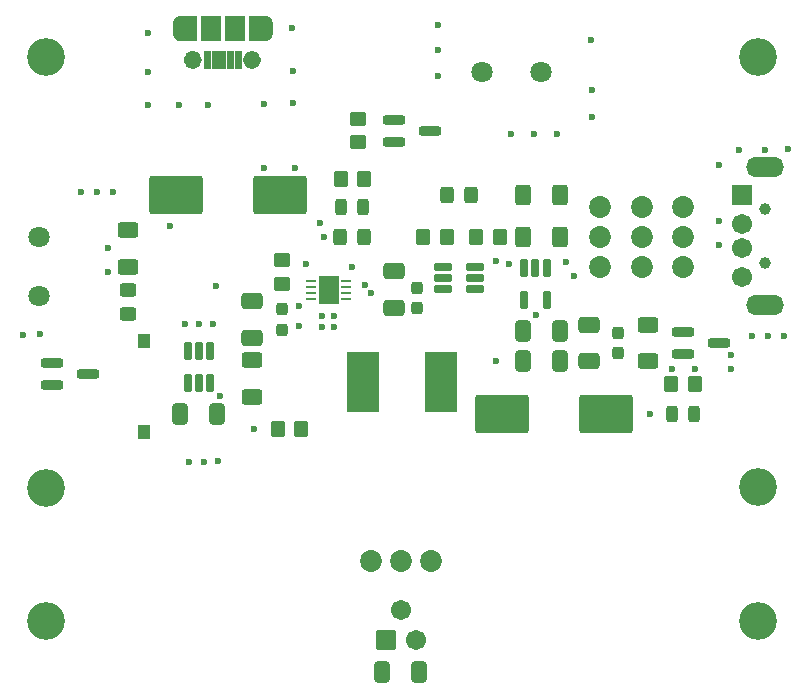
<source format=gts>
G04 #@! TF.GenerationSoftware,KiCad,Pcbnew,8.0.5*
G04 #@! TF.CreationDate,2025-03-03T19:21:05-05:00*
G04 #@! TF.ProjectId,solar_power_manager,736f6c61-725f-4706-9f77-65725f6d616e,rev?*
G04 #@! TF.SameCoordinates,Original*
G04 #@! TF.FileFunction,Soldermask,Top*
G04 #@! TF.FilePolarity,Negative*
%FSLAX46Y46*%
G04 Gerber Fmt 4.6, Leading zero omitted, Abs format (unit mm)*
G04 Created by KiCad (PCBNEW 8.0.5) date 2025-03-03 19:21:05*
%MOMM*%
%LPD*%
G01*
G04 APERTURE LIST*
G04 Aperture macros list*
%AMRoundRect*
0 Rectangle with rounded corners*
0 $1 Rounding radius*
0 $2 $3 $4 $5 $6 $7 $8 $9 X,Y pos of 4 corners*
0 Add a 4 corners polygon primitive as box body*
4,1,4,$2,$3,$4,$5,$6,$7,$8,$9,$2,$3,0*
0 Add four circle primitives for the rounded corners*
1,1,$1+$1,$2,$3*
1,1,$1+$1,$4,$5*
1,1,$1+$1,$6,$7*
1,1,$1+$1,$8,$9*
0 Add four rect primitives between the rounded corners*
20,1,$1+$1,$2,$3,$4,$5,0*
20,1,$1+$1,$4,$5,$6,$7,0*
20,1,$1+$1,$6,$7,$8,$9,0*
20,1,$1+$1,$8,$9,$2,$3,0*%
G04 Aperture macros list end*
%ADD10C,0.788500*%
%ADD11C,0.010000*%
%ADD12C,3.200000*%
%ADD13RoundRect,0.250000X-2.000000X1.400000X-2.000000X-1.400000X2.000000X-1.400000X2.000000X1.400000X0*%
%ADD14RoundRect,0.237500X-0.237500X0.300000X-0.237500X-0.300000X0.237500X-0.300000X0.237500X0.300000X0*%
%ADD15RoundRect,0.250000X0.350000X0.450000X-0.350000X0.450000X-0.350000X-0.450000X0.350000X-0.450000X0*%
%ADD16RoundRect,0.250000X-0.412500X-0.650000X0.412500X-0.650000X0.412500X0.650000X-0.412500X0.650000X0*%
%ADD17RoundRect,0.250000X-0.325000X-0.450000X0.325000X-0.450000X0.325000X0.450000X-0.325000X0.450000X0*%
%ADD18RoundRect,0.243750X0.243750X0.456250X-0.243750X0.456250X-0.243750X-0.456250X0.243750X-0.456250X0*%
%ADD19RoundRect,0.250000X-0.650000X0.412500X-0.650000X-0.412500X0.650000X-0.412500X0.650000X0.412500X0*%
%ADD20C,1.803400*%
%ADD21RoundRect,0.250000X0.625000X-0.400000X0.625000X0.400000X-0.625000X0.400000X-0.625000X-0.400000X0*%
%ADD22RoundRect,0.050000X-0.362500X-0.050000X0.362500X-0.050000X0.362500X0.050000X-0.362500X0.050000X0*%
%ADD23R,1.700000X2.400000*%
%ADD24RoundRect,0.250000X-0.450000X0.350000X-0.450000X-0.350000X0.450000X-0.350000X0.450000X0.350000X0*%
%ADD25C,1.854000*%
%ADD26RoundRect,0.250000X-0.400000X-0.625000X0.400000X-0.625000X0.400000X0.625000X-0.400000X0.625000X0*%
%ADD27RoundRect,0.250000X0.450000X-0.350000X0.450000X0.350000X-0.450000X0.350000X-0.450000X-0.350000X0*%
%ADD28RoundRect,0.162500X0.617500X0.162500X-0.617500X0.162500X-0.617500X-0.162500X0.617500X-0.162500X0*%
%ADD29RoundRect,0.200000X-0.750000X-0.200000X0.750000X-0.200000X0.750000X0.200000X-0.750000X0.200000X0*%
%ADD30RoundRect,0.250000X2.000000X-1.400000X2.000000X1.400000X-2.000000X1.400000X-2.000000X-1.400000X0*%
%ADD31RoundRect,0.237500X0.237500X-0.300000X0.237500X0.300000X-0.237500X0.300000X-0.237500X-0.300000X0*%
%ADD32RoundRect,0.250000X0.412500X0.650000X-0.412500X0.650000X-0.412500X-0.650000X0.412500X-0.650000X0*%
%ADD33RoundRect,0.243750X-0.243750X-0.456250X0.243750X-0.456250X0.243750X0.456250X-0.243750X0.456250X0*%
%ADD34R,2.794000X5.156200*%
%ADD35RoundRect,0.250000X0.450000X-0.325000X0.450000X0.325000X-0.450000X0.325000X-0.450000X-0.325000X0*%
%ADD36RoundRect,0.162500X-0.162500X0.617500X-0.162500X-0.617500X0.162500X-0.617500X0.162500X0.617500X0*%
%ADD37RoundRect,0.250000X0.650000X-0.412500X0.650000X0.412500X-0.650000X0.412500X-0.650000X-0.412500X0*%
%ADD38R,1.000000X1.250000*%
%ADD39RoundRect,0.250000X-0.350000X-0.450000X0.350000X-0.450000X0.350000X0.450000X-0.350000X0.450000X0*%
%ADD40RoundRect,0.250000X-0.625000X0.400000X-0.625000X-0.400000X0.625000X-0.400000X0.625000X0.400000X0*%
%ADD41RoundRect,0.102000X-0.749300X-0.749300X0.749300X-0.749300X0.749300X0.749300X-0.749300X0.749300X0*%
%ADD42C,1.702600*%
%ADD43C,1.000000*%
%ADD44RoundRect,0.102000X0.754000X-0.754000X0.754000X0.754000X-0.754000X0.754000X-0.754000X-0.754000X0*%
%ADD45C,1.712000*%
%ADD46O,3.220000X1.712000*%
%ADD47C,0.600000*%
G04 APERTURE END LIST*
D10*
X154464250Y-51845000D02*
G75*
G02*
X153675750Y-51845000I-394250J0D01*
G01*
X153675750Y-51845000D02*
G75*
G02*
X154464250Y-51845000I394250J0D01*
G01*
X159464250Y-51845000D02*
G75*
G02*
X158675750Y-51845000I-394250J0D01*
G01*
X158675750Y-51845000D02*
G75*
G02*
X159464250Y-51845000I394250J0D01*
G01*
D11*
X155533500Y-52558500D02*
X155006500Y-52558500D01*
X155006500Y-51081500D01*
X155533500Y-51081500D01*
X155533500Y-52558500D01*
G36*
X155533500Y-52558500D02*
G01*
X155006500Y-52558500D01*
X155006500Y-51081500D01*
X155533500Y-51081500D01*
X155533500Y-52558500D01*
G37*
X156183500Y-52558500D02*
X155656500Y-52558500D01*
X155656500Y-51081500D01*
X156183500Y-51081500D01*
X156183500Y-52558500D01*
G36*
X156183500Y-52558500D02*
G01*
X155656500Y-52558500D01*
X155656500Y-51081500D01*
X156183500Y-51081500D01*
X156183500Y-52558500D01*
G37*
X156383500Y-50158500D02*
X154756500Y-50158500D01*
X154756500Y-48131500D01*
X156383500Y-48131500D01*
X156383500Y-50158500D01*
G36*
X156383500Y-50158500D02*
G01*
X154756500Y-50158500D01*
X154756500Y-48131500D01*
X156383500Y-48131500D01*
X156383500Y-50158500D01*
G37*
X156833500Y-52558500D02*
X156306500Y-52558500D01*
X156306500Y-51081500D01*
X156833500Y-51081500D01*
X156833500Y-52558500D01*
G36*
X156833500Y-52558500D02*
G01*
X156306500Y-52558500D01*
X156306500Y-51081500D01*
X156833500Y-51081500D01*
X156833500Y-52558500D01*
G37*
X157483500Y-52558500D02*
X156956500Y-52558500D01*
X156956500Y-51081500D01*
X157483500Y-51081500D01*
X157483500Y-52558500D01*
G36*
X157483500Y-52558500D02*
G01*
X156956500Y-52558500D01*
X156956500Y-51081500D01*
X157483500Y-51081500D01*
X157483500Y-52558500D01*
G37*
X158133500Y-52558500D02*
X157606500Y-52558500D01*
X157606500Y-51081500D01*
X158133500Y-51081500D01*
X158133500Y-52558500D01*
G36*
X158133500Y-52558500D02*
G01*
X157606500Y-52558500D01*
X157606500Y-51081500D01*
X158133500Y-51081500D01*
X158133500Y-52558500D01*
G37*
X158383500Y-50158500D02*
X156756500Y-50158500D01*
X156756500Y-48131500D01*
X158383500Y-48131500D01*
X158383500Y-50158500D01*
G36*
X158383500Y-50158500D02*
G01*
X156756500Y-50158500D01*
X156756500Y-48131500D01*
X158383500Y-48131500D01*
X158383500Y-50158500D01*
G37*
X154334000Y-50158000D02*
X152970000Y-50158000D01*
X152941000Y-50158000D01*
X152911000Y-50155000D01*
X152882000Y-50152000D01*
X152853000Y-50146000D01*
X152824000Y-50139000D01*
X152796000Y-50131000D01*
X152768000Y-50121000D01*
X152741000Y-50110000D01*
X152714000Y-50097000D01*
X152688000Y-50083000D01*
X152663000Y-50068000D01*
X152639000Y-50051000D01*
X152615000Y-50033000D01*
X152593000Y-50014000D01*
X152572000Y-49993000D01*
X152551000Y-49972000D01*
X152532000Y-49950000D01*
X152514000Y-49926000D01*
X152497000Y-49902000D01*
X152482000Y-49877000D01*
X152468000Y-49851000D01*
X152455000Y-49824000D01*
X152444000Y-49797000D01*
X152434000Y-49769000D01*
X152426000Y-49741000D01*
X152419000Y-49712000D01*
X152413000Y-49683000D01*
X152410000Y-49654000D01*
X152407000Y-49624000D01*
X152407000Y-49595000D01*
X152407000Y-48695000D01*
X152407000Y-48666000D01*
X152410000Y-48636000D01*
X152413000Y-48607000D01*
X152419000Y-48578000D01*
X152426000Y-48549000D01*
X152434000Y-48521000D01*
X152444000Y-48493000D01*
X152455000Y-48466000D01*
X152468000Y-48439000D01*
X152482000Y-48413000D01*
X152497000Y-48388000D01*
X152514000Y-48364000D01*
X152532000Y-48340000D01*
X152551000Y-48318000D01*
X152572000Y-48297000D01*
X152593000Y-48276000D01*
X152615000Y-48257000D01*
X152639000Y-48239000D01*
X152663000Y-48222000D01*
X152688000Y-48207000D01*
X152714000Y-48193000D01*
X152741000Y-48180000D01*
X152768000Y-48169000D01*
X152796000Y-48159000D01*
X152824000Y-48151000D01*
X152853000Y-48144000D01*
X152882000Y-48138000D01*
X152911000Y-48135000D01*
X152941000Y-48132000D01*
X152970000Y-48131000D01*
X154333500Y-48131500D01*
X154334000Y-48131000D01*
X154334000Y-50158000D01*
G36*
X154334000Y-50158000D02*
G01*
X152970000Y-50158000D01*
X152941000Y-50158000D01*
X152911000Y-50155000D01*
X152882000Y-50152000D01*
X152853000Y-50146000D01*
X152824000Y-50139000D01*
X152796000Y-50131000D01*
X152768000Y-50121000D01*
X152741000Y-50110000D01*
X152714000Y-50097000D01*
X152688000Y-50083000D01*
X152663000Y-50068000D01*
X152639000Y-50051000D01*
X152615000Y-50033000D01*
X152593000Y-50014000D01*
X152572000Y-49993000D01*
X152551000Y-49972000D01*
X152532000Y-49950000D01*
X152514000Y-49926000D01*
X152497000Y-49902000D01*
X152482000Y-49877000D01*
X152468000Y-49851000D01*
X152455000Y-49824000D01*
X152444000Y-49797000D01*
X152434000Y-49769000D01*
X152426000Y-49741000D01*
X152419000Y-49712000D01*
X152413000Y-49683000D01*
X152410000Y-49654000D01*
X152407000Y-49624000D01*
X152407000Y-49595000D01*
X152407000Y-48695000D01*
X152407000Y-48666000D01*
X152410000Y-48636000D01*
X152413000Y-48607000D01*
X152419000Y-48578000D01*
X152426000Y-48549000D01*
X152434000Y-48521000D01*
X152444000Y-48493000D01*
X152455000Y-48466000D01*
X152468000Y-48439000D01*
X152482000Y-48413000D01*
X152497000Y-48388000D01*
X152514000Y-48364000D01*
X152532000Y-48340000D01*
X152551000Y-48318000D01*
X152572000Y-48297000D01*
X152593000Y-48276000D01*
X152615000Y-48257000D01*
X152639000Y-48239000D01*
X152663000Y-48222000D01*
X152688000Y-48207000D01*
X152714000Y-48193000D01*
X152741000Y-48180000D01*
X152768000Y-48169000D01*
X152796000Y-48159000D01*
X152824000Y-48151000D01*
X152853000Y-48144000D01*
X152882000Y-48138000D01*
X152911000Y-48135000D01*
X152941000Y-48132000D01*
X152970000Y-48131000D01*
X154333500Y-48131500D01*
X154334000Y-48131000D01*
X154334000Y-50158000D01*
G37*
X160199000Y-48132000D02*
X160229000Y-48135000D01*
X160258000Y-48138000D01*
X160287000Y-48144000D01*
X160316000Y-48151000D01*
X160344000Y-48159000D01*
X160372000Y-48169000D01*
X160399000Y-48180000D01*
X160426000Y-48193000D01*
X160452000Y-48207000D01*
X160477000Y-48222000D01*
X160501000Y-48239000D01*
X160525000Y-48257000D01*
X160547000Y-48276000D01*
X160568000Y-48297000D01*
X160589000Y-48318000D01*
X160608000Y-48340000D01*
X160626000Y-48364000D01*
X160643000Y-48388000D01*
X160658000Y-48413000D01*
X160672000Y-48439000D01*
X160685000Y-48466000D01*
X160696000Y-48493000D01*
X160706000Y-48521000D01*
X160714000Y-48549000D01*
X160721000Y-48578000D01*
X160727000Y-48607000D01*
X160730000Y-48636000D01*
X160733000Y-48666000D01*
X160733000Y-48695000D01*
X160733000Y-49595000D01*
X160733000Y-49624000D01*
X160730000Y-49654000D01*
X160727000Y-49683000D01*
X160721000Y-49712000D01*
X160714000Y-49741000D01*
X160706000Y-49769000D01*
X160696000Y-49797000D01*
X160685000Y-49824000D01*
X160672000Y-49851000D01*
X160658000Y-49877000D01*
X160643000Y-49902000D01*
X160626000Y-49926000D01*
X160608000Y-49950000D01*
X160589000Y-49972000D01*
X160568000Y-49993000D01*
X160547000Y-50014000D01*
X160525000Y-50033000D01*
X160501000Y-50051000D01*
X160477000Y-50068000D01*
X160452000Y-50083000D01*
X160426000Y-50097000D01*
X160399000Y-50110000D01*
X160372000Y-50121000D01*
X160344000Y-50131000D01*
X160316000Y-50139000D01*
X160287000Y-50146000D01*
X160258000Y-50152000D01*
X160229000Y-50155000D01*
X160199000Y-50158000D01*
X160170000Y-50158000D01*
X158806000Y-50158000D01*
X158806000Y-48131000D01*
X158806500Y-48131500D01*
X160170000Y-48131000D01*
X160199000Y-48132000D01*
G36*
X160199000Y-48132000D02*
G01*
X160229000Y-48135000D01*
X160258000Y-48138000D01*
X160287000Y-48144000D01*
X160316000Y-48151000D01*
X160344000Y-48159000D01*
X160372000Y-48169000D01*
X160399000Y-48180000D01*
X160426000Y-48193000D01*
X160452000Y-48207000D01*
X160477000Y-48222000D01*
X160501000Y-48239000D01*
X160525000Y-48257000D01*
X160547000Y-48276000D01*
X160568000Y-48297000D01*
X160589000Y-48318000D01*
X160608000Y-48340000D01*
X160626000Y-48364000D01*
X160643000Y-48388000D01*
X160658000Y-48413000D01*
X160672000Y-48439000D01*
X160685000Y-48466000D01*
X160696000Y-48493000D01*
X160706000Y-48521000D01*
X160714000Y-48549000D01*
X160721000Y-48578000D01*
X160727000Y-48607000D01*
X160730000Y-48636000D01*
X160733000Y-48666000D01*
X160733000Y-48695000D01*
X160733000Y-49595000D01*
X160733000Y-49624000D01*
X160730000Y-49654000D01*
X160727000Y-49683000D01*
X160721000Y-49712000D01*
X160714000Y-49741000D01*
X160706000Y-49769000D01*
X160696000Y-49797000D01*
X160685000Y-49824000D01*
X160672000Y-49851000D01*
X160658000Y-49877000D01*
X160643000Y-49902000D01*
X160626000Y-49926000D01*
X160608000Y-49950000D01*
X160589000Y-49972000D01*
X160568000Y-49993000D01*
X160547000Y-50014000D01*
X160525000Y-50033000D01*
X160501000Y-50051000D01*
X160477000Y-50068000D01*
X160452000Y-50083000D01*
X160426000Y-50097000D01*
X160399000Y-50110000D01*
X160372000Y-50121000D01*
X160344000Y-50131000D01*
X160316000Y-50139000D01*
X160287000Y-50146000D01*
X160258000Y-50152000D01*
X160229000Y-50155000D01*
X160199000Y-50158000D01*
X160170000Y-50158000D01*
X158806000Y-50158000D01*
X158806000Y-48131000D01*
X158806500Y-48131500D01*
X160170000Y-48131000D01*
X160199000Y-48132000D01*
G37*
D12*
X201960000Y-99360000D03*
X201960000Y-88040000D03*
D13*
X189077500Y-81860000D03*
X180277500Y-81860000D03*
D14*
X190080000Y-74947500D03*
X190080000Y-76672500D03*
D15*
X175580000Y-66810000D03*
X173580000Y-66810000D03*
X196580000Y-79310000D03*
X194580000Y-79310000D03*
D16*
X182017500Y-74810000D03*
X185142500Y-74810000D03*
D17*
X175555000Y-63310000D03*
X177605000Y-63310000D03*
D18*
X196517500Y-81810000D03*
X194642500Y-81810000D03*
D19*
X171070000Y-69717500D03*
X171070000Y-72842500D03*
D20*
X141080000Y-71810000D03*
X141080000Y-66810000D03*
D12*
X141660000Y-51570000D03*
D21*
X148580000Y-69360000D03*
X148580000Y-66260000D03*
D22*
X164117500Y-70560000D03*
X164117500Y-71060000D03*
X164117500Y-71560000D03*
X164117500Y-72060000D03*
X167042500Y-72060000D03*
X167042500Y-71560000D03*
X167042500Y-71060000D03*
X167042500Y-70560000D03*
D23*
X165580000Y-71310000D03*
D24*
X161580000Y-68810000D03*
X161580000Y-70810000D03*
D25*
X192080000Y-64270000D03*
X192080000Y-66810000D03*
X192080000Y-69350000D03*
D16*
X182017500Y-77310000D03*
X185142500Y-77310000D03*
D26*
X182030000Y-63310000D03*
X185130000Y-63310000D03*
D27*
X168080000Y-58810000D03*
X168080000Y-56810000D03*
D21*
X159080000Y-80360000D03*
X159080000Y-77260000D03*
D15*
X163270000Y-83110000D03*
X161270000Y-83110000D03*
D17*
X166555000Y-66810000D03*
X168605000Y-66810000D03*
D20*
X183575100Y-52890000D03*
X178575100Y-52890000D03*
D12*
X141660000Y-88090000D03*
D25*
X195580000Y-64270000D03*
X195580000Y-66810000D03*
X195580000Y-69350000D03*
D28*
X177930000Y-71260000D03*
X177930000Y-70310000D03*
X177930000Y-69360000D03*
X175230000Y-69360000D03*
X175230000Y-70310000D03*
X175230000Y-71260000D03*
D29*
X171110000Y-56900000D03*
X171110000Y-58800000D03*
X174110000Y-57850000D03*
X195580000Y-74860000D03*
X195580000Y-76760000D03*
X198580000Y-75810000D03*
D16*
X170107500Y-103640000D03*
X173232500Y-103640000D03*
D12*
X141660000Y-99360000D03*
D30*
X152680000Y-63310000D03*
X161480000Y-63310000D03*
D26*
X182030000Y-66810000D03*
X185130000Y-66810000D03*
D31*
X161580000Y-74672500D03*
X161580000Y-72947500D03*
D32*
X156142500Y-81810000D03*
X153017500Y-81810000D03*
D15*
X180080000Y-66810000D03*
X178080000Y-66810000D03*
D33*
X166642500Y-64310000D03*
X168517500Y-64310000D03*
D34*
X168518000Y-79120000D03*
X175122000Y-79120000D03*
D25*
X188580000Y-64270000D03*
X188580000Y-66810000D03*
X188580000Y-69350000D03*
D35*
X148580000Y-73335000D03*
X148580000Y-71285000D03*
D12*
X201960000Y-51570000D03*
D25*
X169160000Y-94250000D03*
X171700000Y-94250000D03*
X174240000Y-94250000D03*
D14*
X173080000Y-71117500D03*
X173080000Y-72842500D03*
D36*
X184030000Y-69460000D03*
X183080000Y-69460000D03*
X182130000Y-69460000D03*
X182130000Y-72160000D03*
X184030000Y-72160000D03*
D37*
X159080000Y-75372500D03*
X159080000Y-72247500D03*
D38*
X149900000Y-83365000D03*
X149900000Y-75615000D03*
D39*
X166590000Y-61910000D03*
X168590000Y-61910000D03*
D40*
X192580000Y-74260000D03*
X192580000Y-77360000D03*
D19*
X187580000Y-74247500D03*
X187580000Y-77372500D03*
D29*
X142180000Y-77480000D03*
X142180000Y-79380000D03*
X145180000Y-78430000D03*
D36*
X155530000Y-76460000D03*
X154580000Y-76460000D03*
X153630000Y-76460000D03*
X153630000Y-79160000D03*
X154580000Y-79160000D03*
X155530000Y-79160000D03*
D41*
X170410000Y-100920000D03*
D42*
X171680000Y-98380000D03*
X172950000Y-100920000D03*
D43*
X202552500Y-69027250D03*
X202552500Y-64477250D03*
D44*
X200552500Y-63252250D03*
D45*
X200552500Y-65752250D03*
X200552500Y-67752250D03*
X200552500Y-70252250D03*
D46*
X202552500Y-72602250D03*
X202552500Y-60902250D03*
D47*
X162750000Y-61020000D03*
X160120000Y-61000000D03*
X145960000Y-63050000D03*
X201390000Y-75250000D03*
X182970000Y-58140000D03*
X202800000Y-75220000D03*
X185690000Y-68970000D03*
X162550000Y-55510000D03*
X144570000Y-63050000D03*
X196600000Y-78000000D03*
X154980000Y-85870000D03*
X166000000Y-73510000D03*
X155330000Y-55640000D03*
X139680000Y-75090000D03*
X152900000Y-55660000D03*
X163090000Y-72700000D03*
X153430000Y-74200000D03*
X163070000Y-74330000D03*
X187840000Y-54360000D03*
X187880000Y-56640000D03*
X204470000Y-59400000D03*
X183134000Y-73406000D03*
X141100000Y-75070000D03*
X165990000Y-74470000D03*
X200330000Y-59470000D03*
X160100000Y-55560000D03*
X184890000Y-58110000D03*
X186350000Y-70140000D03*
X150300000Y-52830000D03*
X147280000Y-63050000D03*
X150290000Y-49530000D03*
X204160000Y-75250000D03*
X155780000Y-74180000D03*
X180840000Y-69130000D03*
X163670000Y-69080000D03*
X164980000Y-73510000D03*
X194650000Y-78010000D03*
X146920000Y-67800000D03*
X153730000Y-85870000D03*
X187780000Y-50190000D03*
X150300000Y-55660000D03*
X162470000Y-49150000D03*
X199630000Y-76850000D03*
X167560000Y-69350000D03*
X174850000Y-53210000D03*
X199640000Y-77990000D03*
X164980000Y-74460000D03*
X154610000Y-74180000D03*
X156200000Y-85830000D03*
X174850000Y-50960000D03*
X174830000Y-48890000D03*
X146920000Y-69820000D03*
X162520000Y-52790000D03*
X198640000Y-60720000D03*
X181050000Y-58140000D03*
X159240000Y-83130000D03*
X156359500Y-80330500D03*
X192790000Y-81850000D03*
X179750000Y-68880000D03*
X179750000Y-77320000D03*
X165153159Y-66816841D03*
X168640000Y-70910000D03*
X164833258Y-65653258D03*
X169180000Y-71550000D03*
X156040000Y-70950000D03*
X152110000Y-65870000D03*
X198600000Y-67480000D03*
X198600000Y-65500000D03*
X202510000Y-59430000D03*
M02*

</source>
